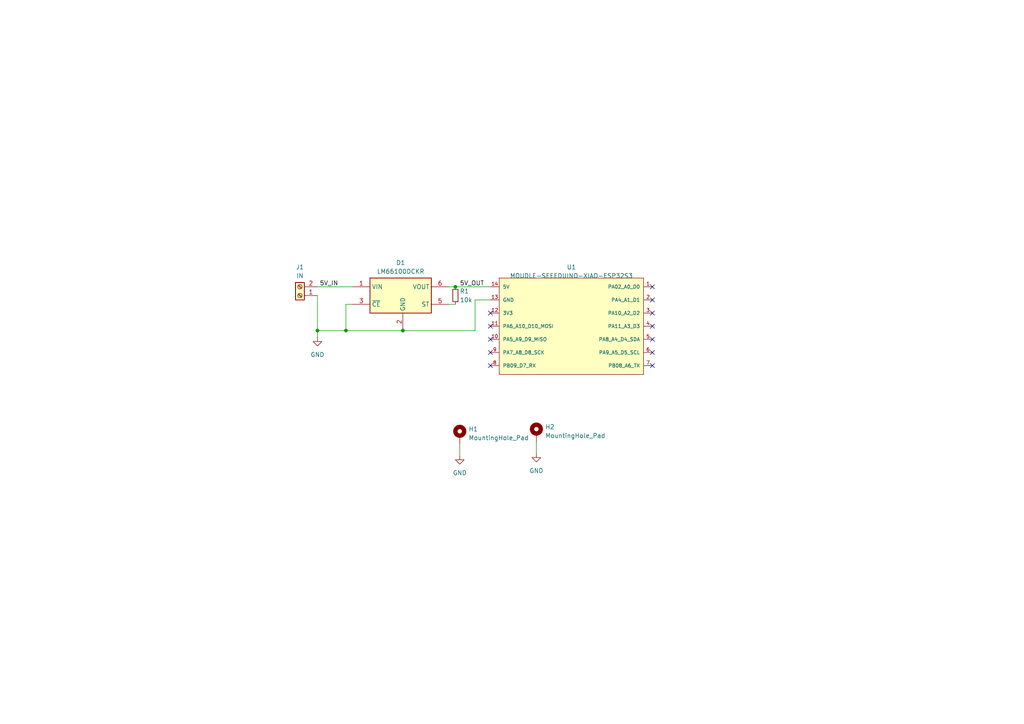
<source format=kicad_sch>
(kicad_sch (version 20230121) (generator eeschema)
  (paper "A4")
  (title_block (title "Xiao Breakout") (date "2023-12-30") (rev "1") (company "FG Labs"))
  (lib_symbols
    (symbol "Connector:Screw_Terminal_01x02" (pin_names (offset 1.016) hide)
      (property "Reference" "J" (at 0 2.54 0))
      (property "Value" "Screw_Terminal_01x02" (at 0 -5.08 0))
      (symbol "Screw_Terminal_01x02_1_1"
        (rectangle (start -1.27 1.27) (end 1.27 -3.81) (stroke (width 0.254)) (fill (type background)))
        (circle (center 0 -2.54) (radius 0.635) (stroke (width 0.1524)))
        (polyline (pts (xy -0.5334 -2.2098) (xy 0.3302 -3.048)) (stroke (width 0.1524)))
        (polyline (pts (xy -0.5334 0.3302) (xy 0.3302 -0.508)) (stroke (width 0.1524)))
        (polyline (pts (xy -0.3556 -2.032) (xy 0.508 -2.8702)) (stroke (width 0.1524)))
        (polyline (pts (xy -0.3556 0.508) (xy 0.508 -0.3302)) (stroke (width 0.1524)))
        (circle (center 0 0) (radius 0.635) (stroke (width 0.1524)))
        (pin passive line (at -5.08 0 0) (length 3.81) (name "Pin_1") (number "1"))
        (pin passive line (at -5.08 -2.54 0) (length 3.81) (name "Pin_2") (number "2"))
      )
    )
    (symbol "Device:R_Small" (pin_numbers hide) (pin_names (offset 0.254) hide)
      (property "Reference" "R" (at 0.762 0.508 0))
      (property "Value" "R_Small" (at 0.762 -1.016 0))
      (symbol "R_Small_0_1"
        (rectangle (start -0.762 1.778) (end 0.762 -1.778) (stroke (width 0.2032)))
      )
      (symbol "R_Small_1_1"
        (pin passive line (at 0 2.54 270) (length 0.762) (name "~") (number "1"))
        (pin passive line (at 0 -2.54 90) (length 0.762) (name "~") (number "2"))
      )
    )
    (symbol "MCU_custom:MOUDLE-SEEEDUINO-XIAO-ESP32S3" (pin_names (offset 1.016))
      (property "Reference" "U" (at 2.54 3.81 0))
      (property "Value" "MOUDLE-SEEEDUINO-XIAO-ESP32S3" (at 2.54 2.54 0))
      (symbol "MOUDLE-SEEEDUINO-XIAO-ESP32S3_0_0"
        (pin bidirectional line (at 0 0 0) (length 2.54) (name "PA02_A0_D0") (number "1"))
        (pin bidirectional line (at 46.99 -15.24 180) (length 2.54) (name "PA5_A9_D9_MISO") (number "10"))
        (pin bidirectional line (at 46.99 -11.43 180) (length 2.54) (name "PA6_A10_D10_MOSI") (number "11"))
        (pin bidirectional line (at 46.99 -7.62 180) (length 2.54) (name "3V3") (number "12"))
        (pin bidirectional line (at 46.99 -3.81 180) (length 2.54) (name "GND") (number "13"))
        (pin bidirectional line (at 46.99 0 180) (length 2.54) (name "5V") (number "14"))
        (pin bidirectional line (at 0 -3.81 0) (length 2.54) (name "PA4_A1_D1") (number "2"))
        (pin bidirectional line (at 0 -7.62 0) (length 2.54) (name "PA10_A2_D2") (number "3"))
        (pin bidirectional line (at 0 -11.43 0) (length 2.54) (name "PA11_A3_D3") (number "4"))
        (pin bidirectional line (at 0 -15.24 0) (length 2.54) (name "PA8_A4_D4_SDA") (number "5"))
        (pin bidirectional line (at 0 -19.05 0) (length 2.54) (name "PA9_A5_D5_SCL") (number "6"))
        (pin bidirectional line (at 0 -22.86 0) (length 2.54) (name "PB08_A6_TX") (number "7"))
        (pin bidirectional line (at 46.99 -22.86 180) (length 2.54) (name "PB09_D7_RX") (number "8"))
        (pin bidirectional line (at 46.99 -19.05 180) (length 2.54) (name "PA7_A8_D8_SCK") (number "9"))
      )
      (symbol "MOUDLE-SEEEDUINO-XIAO-ESP32S3_1_1"
        (rectangle (start 2.54 2.54) (end 44.45 -25.4) (fill (type background)))
      )
    )
    (symbol "Mechanical:MountingHole_Pad" (pin_numbers hide) (pin_names (offset 1.016) hide)
      (property "Reference" "H" (at 0 6.35 0))
      (property "Value" "MountingHole_Pad" (at 0 4.445 0))
      (symbol "MountingHole_Pad_0_1"
        (circle (center 0 1.27) (radius 1.27) (stroke (width 1.27)))
      )
      (symbol "MountingHole_Pad_1_1"
        (pin input line (at 0 -2.54 90) (length 2.54) (name "1") (number "1"))
      )
    )
    (symbol "SamacSys_Parts_2:LM66100DCKR"
      (property "Reference" "D" (at 24.13 7.62 0))
      (property "Value" "LM66100DCKR" (at 24.13 5.08 0))
      (symbol "LM66100DCKR_1_1"
        (rectangle (start 5.08 2.54) (end 22.86 -7.62) (stroke (width 0.254)) (fill (type background)))
        (pin passive line (at 0 0 0) (length 5.08) (name "VIN") (number "1"))
        (pin passive line (at 14.605 -12.7 90) (length 5.08) (name "GND") (number "2"))
        (pin passive line (at 0 -5.08 0) (length 5.08) (name "~{CE}") (number "3"))
        (pin no_connect line (at 38.1 10.16 180) (length 5.08) hide (name "N/C") (number "4"))
        (pin passive line (at 27.94 -5.08 180) (length 5.08) (name "ST") (number "5"))
        (pin passive line (at 27.94 0 180) (length 5.08) (name "VOUT") (number "6"))
      )
    )
    (symbol "power:GND" (power) (pin_names (offset 0))
      (property "Value" "GND" (at 0 -3.81 0))
      (symbol "GND_0_1"
        (polyline (pts (xy 0 0) (xy 0 -1.27) (xy 1.27 -1.27) (xy 0 -2.54) (xy -1.27 -1.27) (xy 0 -1.27)))
      )
      (symbol "GND_1_1"
        (pin power_in line (at 0 0 270) (length 0) hide (name "GND") (number "1"))
      )
    )
  )
  (junction (at 116.84 95.885))
  (junction (at 132.08 83.185))
  (junction (at 100.33 95.885))
  (junction (at 92.075 95.885))
  (no_connect (at 142.24 94.615))
  (no_connect (at 189.23 98.425))
  (no_connect (at 142.24 106.045))
  (no_connect (at 189.23 90.805))
  (no_connect (at 189.23 94.615))
  (no_connect (at 189.23 102.235))
  (no_connect (at 142.24 90.805))
  (no_connect (at 142.24 102.235))
  (no_connect (at 189.23 83.185))
  (no_connect (at 189.23 106.045))
  (no_connect (at 142.24 98.425))
  (no_connect (at 189.23 86.995))
  (wire (pts (xy 155.575 128.27) (xy 155.575 131.445)))
  (wire (pts (xy 137.795 86.995) (xy 137.795 95.885)))
  (wire (pts (xy 130.175 83.185) (xy 132.08 83.185)))
  (wire (pts (xy 132.08 83.185) (xy 142.24 83.185)))
  (wire (pts (xy 92.075 95.885) (xy 92.075 97.79)))
  (wire (pts (xy 142.24 86.995) (xy 137.795 86.995)))
  (wire (pts (xy 92.075 85.725) (xy 92.075 95.885)))
  (wire (pts (xy 137.795 95.885) (xy 116.84 95.885)))
  (wire (pts (xy 102.235 88.265) (xy 100.33 88.265)))
  (wire (pts (xy 130.175 88.265) (xy 132.08 88.265)))
  (wire (pts (xy 133.35 128.905) (xy 133.35 132.08)))
  (wire (pts (xy 100.33 95.885) (xy 116.84 95.885)))
  (wire (pts (xy 92.075 83.185) (xy 102.235 83.185)))
  (wire (pts (xy 100.33 88.265) (xy 100.33 95.885)))
  (wire (pts (xy 92.075 95.885) (xy 100.33 95.885)))
  (label "5V_OUT" (at 133.35 83.185 0))
  (label "5V_IN" (at 92.71 83.185 0))
  (symbol (lib_id "power:GND") (at 92.075 97.79 0) (unit 1)
    (property "Reference" "#PWR01" (effects hide))
    (property "Value" "GND" (at 92.075 102.87 0))
  )
  (symbol (lib_id "SamacSys_Parts_2:LM66100DCKR") (at 102.235 83.185 0) (unit 1)
    (property "Reference" "D1" (at 116.205 76.2 0))
    (property "Value" "LM66100DCKR" (at 116.205 78.74 0))
    (property "Footprint" "Samacsys 2:SOP65P210X110-6N" (effects hide))
    (property "Datasheet" "http://www.ti.com/lit/gpn/LM66100" (effects hide))
    (property "Height" "1.1" (effects hide))
    (property "Mouser Part Number" "595-LM66100DCKR" (effects hide))
    (property "Mouser Price/Stock" "https://www.mouser.co.uk/ProductDetail/Texas-Instruments/LM66100DCKR?qs=vLWxofP3U2y2yPPrXoBBoA%3D%3D" (effects hide))
    (property "Manufacturer_Name" "Texas Instruments" (effects hide))
    (property "Manufacturer_Part_Number" "LM66100DCKR" (effects hide))
  )
  (symbol (lib_id "Mechanical:MountingHole_Pad") (at 155.575 125.73 0) (unit 1)
    (property "Reference" "H2" (at 158.115 123.825 0) (effects (justify left)))
    (property "Value" "MountingHole_Pad" (at 158.115 126.365 0) (effects (justify left)))
    (property "Footprint" "MountingHole:MountingHole_3.2mm_M3_DIN965_Pad" (effects hide))
  )
  (symbol (lib_id "Connector:Screw_Terminal_01x02") (at 86.995 85.725 180) (unit 1)
    (property "Reference" "J1" (at 86.995 77.47 0))
    (property "Value" "IN" (at 86.995 80.01 0))
    (property "Footprint" "TerminalBlock:TerminalBlock_bornier-2_P5.08mm" (effects hide))
  )
  (symbol (lib_id "MCU_custom:MOUDLE-SEEEDUINO-XIAO-ESP32S3") (at 189.23 83.185 0) (mirror y) (unit 1)
    (property "Reference" "U1" (at 165.735 77.47 0))
    (property "Value" "MOUDLE-SEEEDUINO-XIAO-ESP32S3" (at 165.735 80.01 0))
    (property "Footprint" "Xiao modules:MOUDLE14P-SMD-2.54-21X17.8MM" (effects hide))
  )
  (symbol (lib_id "Device:R_Small") (at 132.08 85.725 0) (unit 1)
    (property "Reference" "R1" (at 133.35 84.455 0) (effects (justify left)))
    (property "Value" "10k" (at 133.35 86.995 0) (effects (justify left)))
    (property "Footprint" "Resistor_SMD:R_0603_1608Metric" (effects hide))
  )
  (symbol (lib_id "power:GND") (at 155.575 131.445 0) (unit 1)
    (property "Reference" "#PWR03" (effects hide))
    (property "Value" "GND" (at 155.575 136.525 0))
  )
  (symbol (lib_id "power:GND") (at 133.35 132.08 0) (unit 1)
    (property "Reference" "#PWR02" (effects hide))
    (property "Value" "GND" (at 133.35 137.16 0))
  )
  (symbol (lib_id "Mechanical:MountingHole_Pad") (at 133.35 126.365 0) (unit 1)
    (property "Reference" "H1" (at 135.89 124.46 0) (effects (justify left)))
    (property "Value" "MountingHole_Pad" (at 135.89 127 0) (effects (justify left)))
    (property "Footprint" "MountingHole:MountingHole_3.2mm_M3_DIN965_Pad" (effects hide))
  )
)
</source>
